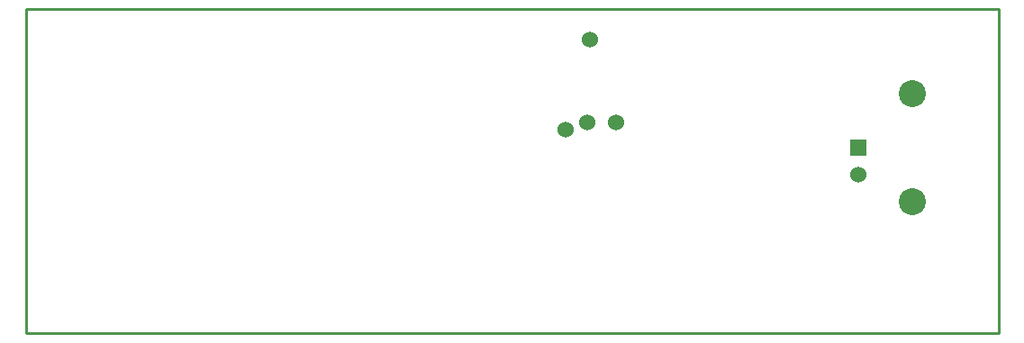
<source format=gbr>
G04 start of page 6 for group 4 idx 4 *
G04 Title: (unknown), power *
G04 Creator: pcb 1.99z *
G04 CreationDate: Tue 21 Jul 2015 11:18:01 AM GMT UTC *
G04 For: david *
G04 Format: Gerber/RS-274X *
G04 PCB-Dimensions (mil): 3600.00 1200.00 *
G04 PCB-Coordinate-Origin: lower left *
%MOIN*%
%FSLAX25Y25*%
%LNGROUP4*%
%ADD49C,0.0810*%
%ADD48C,0.0350*%
%ADD47C,0.0300*%
%ADD46C,0.1000*%
%ADD45C,0.0600*%
%ADD44C,0.0001*%
%ADD43C,0.0100*%
G54D43*X360000Y119984D02*X16D01*
X0Y120000D01*
Y6D01*
X360000D01*
Y119984D01*
G54D44*G36*
X305071Y71819D02*Y65819D01*
X311071D01*
Y71819D01*
X305071D01*
G37*
G54D45*X308071Y58819D03*
G54D46*X328071Y48819D03*
Y88819D03*
G54D45*X199803Y75315D03*
X208661Y108779D03*
X207677Y78267D03*
X218504D03*
G54D47*G54D48*G54D49*M02*

</source>
